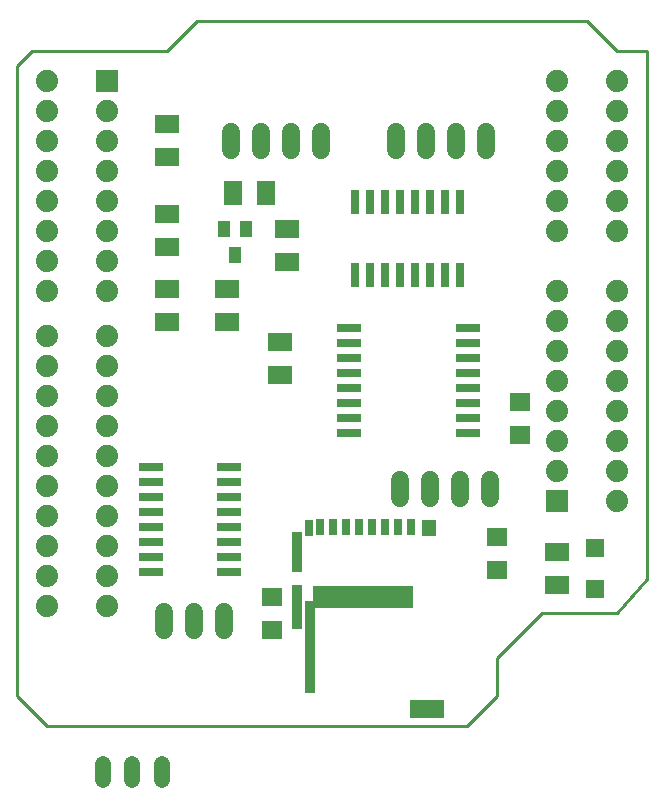
<source format=gts>
G75*
%MOIN*%
%OFA0B0*%
%FSLAX25Y25*%
%IPPOS*%
%LPD*%
%AMOC8*
5,1,8,0,0,1.08239X$1,22.5*
%
%ADD10C,0.01000*%
%ADD11C,0.07400*%
%ADD12R,0.07400X0.07400*%
%ADD13R,0.08000X0.02600*%
%ADD14R,0.07874X0.06299*%
%ADD15R,0.03937X0.05512*%
%ADD16R,0.06299X0.07874*%
%ADD17R,0.02600X0.08000*%
%ADD18R,0.05906X0.05906*%
%ADD19R,0.07087X0.06299*%
%ADD20C,0.06000*%
%ADD21C,0.05315*%
%ADD22R,0.02800X0.05600*%
%ADD23R,0.03150X0.05315*%
%ADD24R,0.03740X0.13583*%
%ADD25R,0.03740X0.14764*%
%ADD26R,0.33661X0.07283*%
%ADD27R,0.03543X0.30512*%
%ADD28R,0.04724X0.05709*%
%ADD29R,0.11417X0.06299*%
D10*
X0015000Y0062524D02*
X0005000Y0072524D01*
X0005000Y0282524D01*
X0010000Y0287524D01*
X0055000Y0287524D01*
X0065000Y0297524D01*
X0195000Y0297524D01*
X0205000Y0287524D01*
X0215000Y0287524D01*
X0215000Y0111274D01*
X0205000Y0100024D01*
X0180000Y0100024D01*
X0165000Y0085024D01*
X0165000Y0072524D01*
X0155000Y0062524D01*
X0015000Y0062524D01*
D11*
X0015000Y0102524D03*
X0015000Y0112524D03*
X0015000Y0122524D03*
X0015000Y0132524D03*
X0015000Y0142524D03*
X0015000Y0152524D03*
X0015000Y0162524D03*
X0015000Y0172524D03*
X0015000Y0182524D03*
X0015000Y0192524D03*
X0015000Y0207524D03*
X0015000Y0217524D03*
X0015000Y0227524D03*
X0015000Y0237524D03*
X0015000Y0247524D03*
X0015000Y0257524D03*
X0015000Y0267524D03*
X0015000Y0277524D03*
X0035000Y0267524D03*
X0035000Y0257524D03*
X0035000Y0247524D03*
X0035000Y0237524D03*
X0035000Y0227524D03*
X0035000Y0217524D03*
X0035000Y0207524D03*
X0035000Y0192524D03*
X0035000Y0182524D03*
X0035000Y0172524D03*
X0035000Y0162524D03*
X0035000Y0152524D03*
X0035000Y0142524D03*
X0035000Y0132524D03*
X0035000Y0122524D03*
X0035000Y0112524D03*
X0035000Y0102524D03*
X0185000Y0147524D03*
X0185000Y0157524D03*
X0185000Y0167524D03*
X0185000Y0177524D03*
X0185000Y0187524D03*
X0185000Y0197524D03*
X0185000Y0207524D03*
X0185000Y0227524D03*
X0185000Y0237524D03*
X0185000Y0247524D03*
X0185000Y0257524D03*
X0185000Y0267524D03*
X0185000Y0277524D03*
X0205000Y0277524D03*
X0205000Y0267524D03*
X0205000Y0257524D03*
X0205000Y0247524D03*
X0205000Y0237524D03*
X0205000Y0227524D03*
X0205000Y0207524D03*
X0205000Y0197524D03*
X0205000Y0187524D03*
X0205000Y0177524D03*
X0205000Y0167524D03*
X0205000Y0157524D03*
X0205000Y0147524D03*
X0205000Y0137524D03*
D12*
X0185000Y0137524D03*
X0035000Y0277524D03*
D13*
X0115400Y0195024D03*
X0115400Y0190024D03*
X0115400Y0185024D03*
X0115400Y0180024D03*
X0115400Y0175024D03*
X0115400Y0170024D03*
X0115400Y0165024D03*
X0115400Y0160024D03*
X0155225Y0160024D03*
X0155225Y0165024D03*
X0155225Y0170024D03*
X0155225Y0175024D03*
X0155225Y0180024D03*
X0155225Y0185024D03*
X0155225Y0190024D03*
X0155225Y0195024D03*
X0075550Y0148774D03*
X0075550Y0143774D03*
X0075550Y0138774D03*
X0075550Y0133774D03*
X0075550Y0128774D03*
X0075550Y0123774D03*
X0075550Y0118774D03*
X0075550Y0113774D03*
X0049450Y0113774D03*
X0049450Y0118774D03*
X0049450Y0123774D03*
X0049450Y0128774D03*
X0049450Y0133774D03*
X0049450Y0138774D03*
X0049450Y0143774D03*
X0049450Y0148774D03*
D14*
X0055000Y0197012D03*
X0055000Y0208035D03*
X0055000Y0222012D03*
X0055000Y0233035D03*
X0055000Y0252012D03*
X0055000Y0263035D03*
X0095000Y0228035D03*
X0095000Y0217012D03*
X0075000Y0208035D03*
X0075000Y0197012D03*
X0092500Y0190535D03*
X0092500Y0179512D03*
X0185000Y0120535D03*
X0185000Y0109512D03*
D15*
X0081240Y0228104D03*
X0073760Y0228104D03*
X0077500Y0219443D03*
D16*
X0076988Y0240024D03*
X0088012Y0240024D03*
D17*
X0117500Y0237124D03*
X0122500Y0237124D03*
X0127500Y0237124D03*
X0132500Y0237124D03*
X0137500Y0237124D03*
X0142500Y0237124D03*
X0147500Y0237124D03*
X0152500Y0237124D03*
X0152500Y0212924D03*
X0147500Y0212924D03*
X0142500Y0212924D03*
X0137500Y0212924D03*
X0132500Y0212924D03*
X0127500Y0212924D03*
X0122500Y0212924D03*
X0117500Y0212924D03*
D18*
X0197500Y0121913D03*
X0197500Y0108134D03*
D19*
X0165000Y0114512D03*
X0165000Y0125535D03*
X0172500Y0159512D03*
X0172500Y0170535D03*
X0090000Y0105535D03*
X0090000Y0094512D03*
D20*
X0073750Y0094524D02*
X0073750Y0100524D01*
X0063750Y0100524D02*
X0063750Y0094524D01*
X0053750Y0094524D02*
X0053750Y0100524D01*
X0132500Y0138274D02*
X0132500Y0144274D01*
X0142500Y0144274D02*
X0142500Y0138274D01*
X0152500Y0138274D02*
X0152500Y0144274D01*
X0162500Y0144274D02*
X0162500Y0138274D01*
X0161250Y0254524D02*
X0161250Y0260524D01*
X0151250Y0260524D02*
X0151250Y0254524D01*
X0141250Y0254524D02*
X0141250Y0260524D01*
X0131250Y0260524D02*
X0131250Y0254524D01*
X0106250Y0254524D02*
X0106250Y0260524D01*
X0096250Y0260524D02*
X0096250Y0254524D01*
X0086250Y0254524D02*
X0086250Y0260524D01*
X0076250Y0260524D02*
X0076250Y0254524D01*
D21*
X0033396Y0049817D02*
X0033396Y0044502D01*
X0043238Y0044502D02*
X0043238Y0049817D01*
X0053081Y0049817D02*
X0053081Y0044502D01*
D22*
X0105866Y0128626D03*
X0110197Y0128626D03*
X0114528Y0128626D03*
X0118858Y0128626D03*
X0123189Y0128626D03*
X0127520Y0128626D03*
X0131850Y0128626D03*
X0136181Y0128626D03*
D23*
X0102165Y0128409D03*
D24*
X0098327Y0120339D03*
D25*
X0098327Y0102031D03*
D26*
X0120374Y0105575D03*
D27*
X0102559Y0088646D03*
D28*
X0142323Y0128409D03*
D29*
X0141535Y0068075D03*
M02*

</source>
